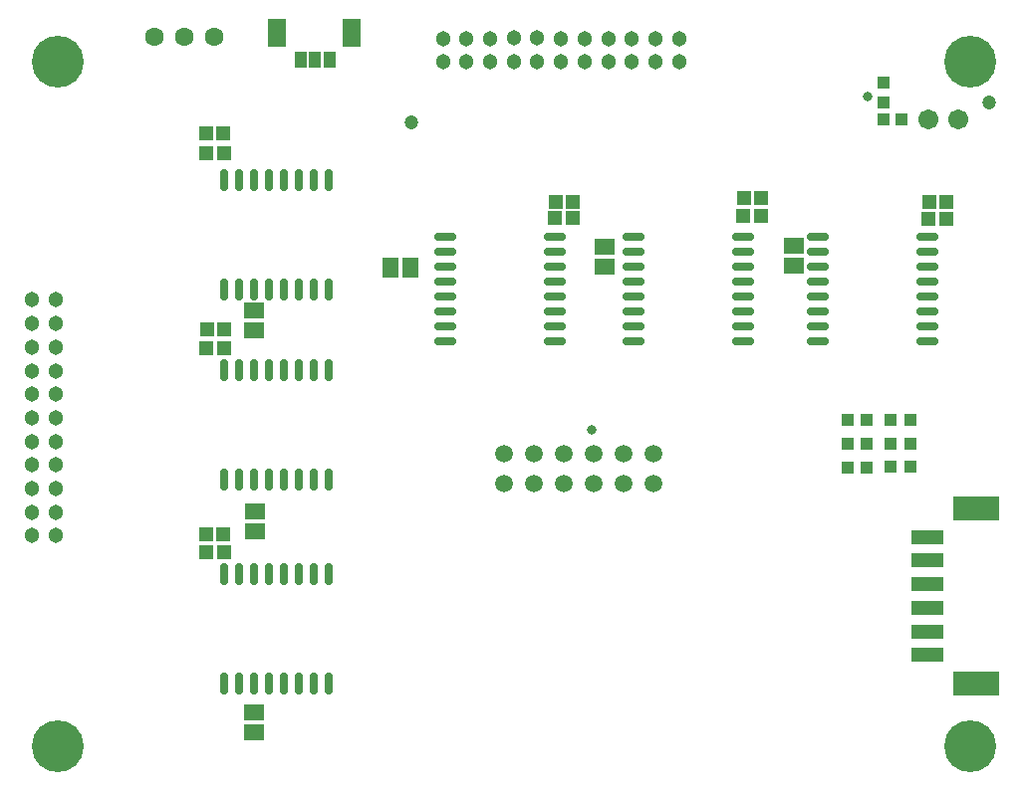
<source format=gts>
G04*
G04 #@! TF.GenerationSoftware,Altium Limited,Altium Designer,18.1.11 (251)*
G04*
G04 Layer_Color=8388736*
%FSLAX25Y25*%
%MOIN*%
G70*
G01*
G75*
%ADD29C,0.04737*%
%ADD30R,0.04540X0.04934*%
%ADD31R,0.03950X0.05524*%
%ADD32R,0.05918X0.09265*%
%ADD33R,0.06902X0.05524*%
%ADD34R,0.05524X0.06902*%
%ADD35R,0.03950X0.03950*%
%ADD36O,0.02965X0.07493*%
%ADD37O,0.07493X0.02965*%
%ADD38R,0.15761X0.07887*%
%ADD39R,0.10642X0.04737*%
%ADD40R,0.04934X0.04737*%
%ADD41R,0.04147X0.04343*%
%ADD42R,0.03950X0.03950*%
%ADD43C,0.06706*%
%ADD44C,0.05131*%
%ADD45C,0.06312*%
%ADD46C,0.05918*%
%ADD47C,0.17335*%
%ADD48C,0.03162*%
D29*
X200400Y293500D02*
D03*
X393800Y299900D02*
D03*
D30*
X137554Y155400D02*
D03*
X131846D02*
D03*
X248646Y266700D02*
D03*
X254354D02*
D03*
X137854Y224100D02*
D03*
X132146D02*
D03*
X311646Y267900D02*
D03*
X317354D02*
D03*
X137554Y289600D02*
D03*
X131846D02*
D03*
X373646Y266600D02*
D03*
X379354D02*
D03*
D31*
X173100Y314500D02*
D03*
X168200D02*
D03*
X163300D02*
D03*
D32*
X180600Y323500D02*
D03*
X155400D02*
D03*
D33*
X147800Y89153D02*
D03*
Y95846D02*
D03*
X148000Y156454D02*
D03*
Y163146D02*
D03*
X265200Y251700D02*
D03*
Y245007D02*
D03*
X147900Y223607D02*
D03*
Y230300D02*
D03*
X328300Y252147D02*
D03*
Y245454D02*
D03*
D34*
X193454Y244800D02*
D03*
X200147D02*
D03*
D35*
X358465Y300193D02*
D03*
Y306693D02*
D03*
D36*
X137900Y173793D02*
D03*
X142900D02*
D03*
X147900D02*
D03*
X152900D02*
D03*
X157900D02*
D03*
X162900D02*
D03*
X167900D02*
D03*
X172900D02*
D03*
X137900Y210407D02*
D03*
X142900D02*
D03*
X147900D02*
D03*
X152900D02*
D03*
X157900D02*
D03*
X162900D02*
D03*
X167900D02*
D03*
X172900D02*
D03*
X137900Y105493D02*
D03*
X142900D02*
D03*
X147900D02*
D03*
X152900D02*
D03*
X157900D02*
D03*
X162900D02*
D03*
X167900D02*
D03*
X172900D02*
D03*
X137900Y142107D02*
D03*
X142900D02*
D03*
X147900D02*
D03*
X152900D02*
D03*
X157900D02*
D03*
X162900D02*
D03*
X167900D02*
D03*
X172900D02*
D03*
X137900Y237393D02*
D03*
X142900D02*
D03*
X147900D02*
D03*
X152900D02*
D03*
X157900D02*
D03*
X162900D02*
D03*
X167900D02*
D03*
X172900D02*
D03*
X137900Y274007D02*
D03*
X142900D02*
D03*
X147900D02*
D03*
X152900D02*
D03*
X157900D02*
D03*
X162900D02*
D03*
X167900D02*
D03*
X172900D02*
D03*
D37*
X211793Y255000D02*
D03*
Y250000D02*
D03*
Y245000D02*
D03*
Y240000D02*
D03*
Y235000D02*
D03*
Y230000D02*
D03*
Y225000D02*
D03*
Y220000D02*
D03*
X248407Y255000D02*
D03*
Y250000D02*
D03*
Y245000D02*
D03*
Y240000D02*
D03*
Y235000D02*
D03*
Y230000D02*
D03*
Y225000D02*
D03*
Y220000D02*
D03*
X274893Y255000D02*
D03*
Y250000D02*
D03*
Y245000D02*
D03*
Y240000D02*
D03*
Y235000D02*
D03*
Y230000D02*
D03*
Y225000D02*
D03*
Y220000D02*
D03*
X311507Y255000D02*
D03*
Y250000D02*
D03*
Y245000D02*
D03*
Y240000D02*
D03*
Y235000D02*
D03*
Y230000D02*
D03*
Y225000D02*
D03*
Y220000D02*
D03*
X336493Y255000D02*
D03*
Y250000D02*
D03*
Y245000D02*
D03*
Y240000D02*
D03*
Y235000D02*
D03*
Y230000D02*
D03*
Y225000D02*
D03*
Y220000D02*
D03*
X373107Y255000D02*
D03*
Y250000D02*
D03*
Y245000D02*
D03*
Y240000D02*
D03*
Y235000D02*
D03*
Y230000D02*
D03*
Y225000D02*
D03*
Y220000D02*
D03*
D38*
X389424Y163946D02*
D03*
Y105446D02*
D03*
D39*
X373024Y154446D02*
D03*
Y146546D02*
D03*
Y138646D02*
D03*
Y130746D02*
D03*
Y122846D02*
D03*
Y114946D02*
D03*
D40*
X131747Y149400D02*
D03*
X137653D02*
D03*
X254353Y261500D02*
D03*
X248447D02*
D03*
X131847Y217700D02*
D03*
X137753D02*
D03*
X317453Y262200D02*
D03*
X311547D02*
D03*
X131847Y283100D02*
D03*
X137753D02*
D03*
X379353Y260900D02*
D03*
X373447D02*
D03*
D41*
X358449Y294390D02*
D03*
X364551D02*
D03*
X352658Y177657D02*
D03*
X346555D02*
D03*
X352658Y185630D02*
D03*
X346555D02*
D03*
X352658Y193602D02*
D03*
X346555D02*
D03*
D42*
X360823Y193824D02*
D03*
X367323D02*
D03*
X360823Y185852D02*
D03*
X367323D02*
D03*
X360823Y177880D02*
D03*
X367323D02*
D03*
D43*
X373298Y294402D02*
D03*
X383298D02*
D03*
D44*
X73600Y233900D02*
D03*
Y226000D02*
D03*
Y210200D02*
D03*
Y218100D02*
D03*
Y202300D02*
D03*
Y194400D02*
D03*
X73500Y178600D02*
D03*
Y186500D02*
D03*
X73600Y170700D02*
D03*
Y162800D02*
D03*
Y155100D02*
D03*
X81400D02*
D03*
Y162800D02*
D03*
Y170700D02*
D03*
X81300Y186500D02*
D03*
Y178600D02*
D03*
X81400Y194400D02*
D03*
Y202300D02*
D03*
Y218100D02*
D03*
Y210200D02*
D03*
Y226000D02*
D03*
Y233900D02*
D03*
X290000Y321500D02*
D03*
X282100D02*
D03*
X266300D02*
D03*
X274200D02*
D03*
X258400D02*
D03*
X250500D02*
D03*
X234700Y321600D02*
D03*
X242600D02*
D03*
X226800Y321500D02*
D03*
X218900D02*
D03*
X211200D02*
D03*
Y313700D02*
D03*
X218900D02*
D03*
X226800D02*
D03*
X242600Y313800D02*
D03*
X234700D02*
D03*
X250500Y313700D02*
D03*
X258400D02*
D03*
X274200D02*
D03*
X266300D02*
D03*
X282100D02*
D03*
X290000D02*
D03*
D45*
X114343Y321900D02*
D03*
X124343D02*
D03*
X134343D02*
D03*
D46*
X231358Y172489D02*
D03*
Y182489D02*
D03*
X241357D02*
D03*
Y172489D02*
D03*
X251358D02*
D03*
Y182489D02*
D03*
X261357D02*
D03*
Y172489D02*
D03*
X271357D02*
D03*
Y182489D02*
D03*
X281358D02*
D03*
Y172489D02*
D03*
D47*
X387303Y313870D02*
D03*
Y84358D02*
D03*
X82185D02*
D03*
Y313870D02*
D03*
D48*
X353150Y302165D02*
D03*
X260827Y190400D02*
D03*
M02*

</source>
